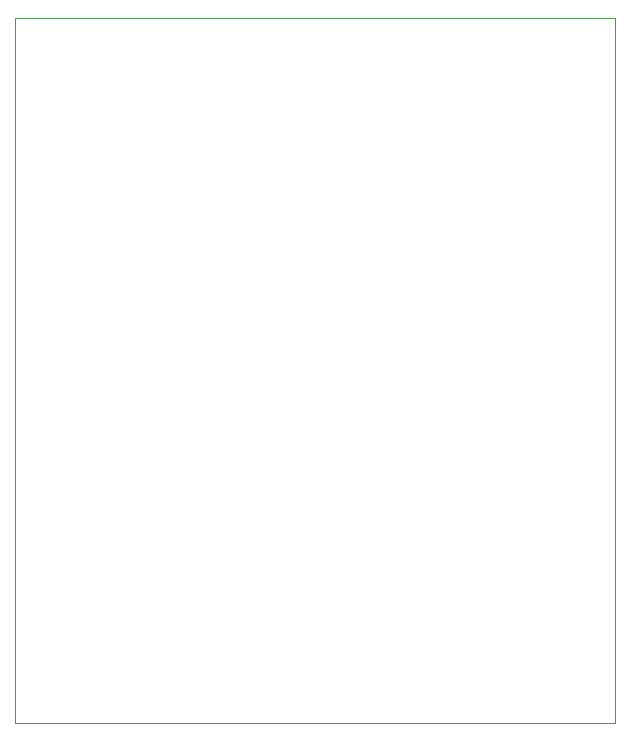
<source format=gbr>
%TF.GenerationSoftware,KiCad,Pcbnew,5.1.10-88a1d61d58~90~ubuntu20.04.1*%
%TF.CreationDate,2022-12-17T00:36:52+01:00*%
%TF.ProjectId,zvire-vetrnik-current-sensor,7a766972-652d-4766-9574-726e696b2d63,rev?*%
%TF.SameCoordinates,PX3c8eee0PY791ddc0*%
%TF.FileFunction,Profile,NP*%
%FSLAX46Y46*%
G04 Gerber Fmt 4.6, Leading zero omitted, Abs format (unit mm)*
G04 Created by KiCad (PCBNEW 5.1.10-88a1d61d58~90~ubuntu20.04.1) date 2022-12-17 00:36:52*
%MOMM*%
%LPD*%
G01*
G04 APERTURE LIST*
%TA.AperFunction,Profile*%
%ADD10C,0.050000*%
%TD*%
G04 APERTURE END LIST*
D10*
X0Y59690000D02*
X0Y0D01*
X50800000Y59690000D02*
X0Y59690000D01*
X50800000Y0D02*
X50800000Y59690000D01*
X0Y0D02*
X50800000Y0D01*
M02*

</source>
